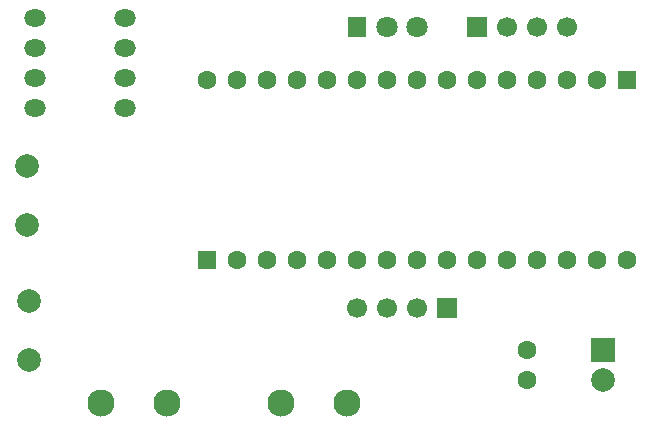
<source format=gtl>
G04 Layer: TopLayer*
G04 EasyEDA v6.5.34, 2023-10-02 16:25:13*
G04 b22e730f800c4eb688f2bffe192e1f16,2402692d15bd446891542ced5281a4ad,10*
G04 Gerber Generator version 0.2*
G04 Scale: 100 percent, Rotated: No, Reflected: No *
G04 Dimensions in millimeters *
G04 leading zeros omitted , absolute positions ,4 integer and 5 decimal *
%FSLAX45Y45*%
%MOMM*%

%ADD10C,1.6000*%
%ADD11C,2.3000*%
%ADD12R,1.7000X1.7000*%
%ADD13C,1.7000*%
%ADD14C,1.8000*%
%ADD15R,1.5748X1.8000*%
%ADD16R,2.0000X2.0000*%
%ADD17C,2.0000*%
%ADD18R,1.6000X1.6000*%
%ADD19O,1.82499X1.4599920000000002*%

%LPD*%
D10*
G01*
X4673600Y-3302000D03*
G01*
X4673600Y-3048000D03*
D11*
G01*
X2593975Y-3499993D03*
G01*
X3153994Y-3499993D03*
G01*
X1630019Y-3499993D03*
G01*
X1070000Y-3499993D03*
D12*
G01*
X4000500Y-2692400D03*
D13*
G01*
X3746500Y-2692400D03*
G01*
X3492500Y-2692400D03*
G01*
X3238500Y-2692400D03*
D12*
G01*
X4254500Y-317500D03*
D13*
G01*
X4508500Y-317500D03*
G01*
X4762500Y-317500D03*
G01*
X5016500Y-317500D03*
D14*
G01*
X3746500Y-317500D03*
G01*
X3492500Y-317500D03*
D15*
G01*
X3238500Y-317500D03*
D16*
G01*
X5321300Y-3048000D03*
D17*
G01*
X5321300Y-3302000D03*
G01*
X444500Y-1489837D03*
G01*
X444500Y-1989962D03*
G01*
X457200Y-2632837D03*
G01*
X457200Y-3132962D03*
D18*
G01*
X1968500Y-2286000D03*
D10*
G01*
X2222500Y-2286000D03*
G01*
X2476500Y-2286000D03*
G01*
X2730500Y-2286000D03*
G01*
X2984500Y-2286000D03*
G01*
X3238500Y-2286000D03*
G01*
X3492500Y-2286000D03*
G01*
X3746500Y-2286000D03*
G01*
X4000500Y-2286000D03*
G01*
X4254500Y-2286000D03*
G01*
X4508500Y-2286000D03*
G01*
X4762500Y-2286000D03*
G01*
X5016500Y-2286000D03*
G01*
X5270500Y-2286000D03*
G01*
X5524500Y-2286000D03*
D18*
G01*
X5524500Y-762000D03*
D10*
G01*
X5270500Y-762000D03*
G01*
X5016500Y-762000D03*
G01*
X4762500Y-762000D03*
G01*
X4508500Y-762000D03*
G01*
X4254500Y-762000D03*
G01*
X4000500Y-762000D03*
G01*
X3746500Y-762000D03*
G01*
X3492500Y-762000D03*
G01*
X3238500Y-762000D03*
G01*
X2984500Y-762000D03*
G01*
X2730500Y-762000D03*
G01*
X2476500Y-762000D03*
G01*
X2222500Y-762000D03*
G01*
X1968500Y-762000D03*
D19*
G01*
X1270000Y-1003300D03*
G01*
X1270000Y-749300D03*
G01*
X1270000Y-495300D03*
G01*
X1270000Y-241300D03*
G01*
X508000Y-1003300D03*
G01*
X508000Y-749300D03*
G01*
X508000Y-495300D03*
G01*
X508000Y-241300D03*
M02*

</source>
